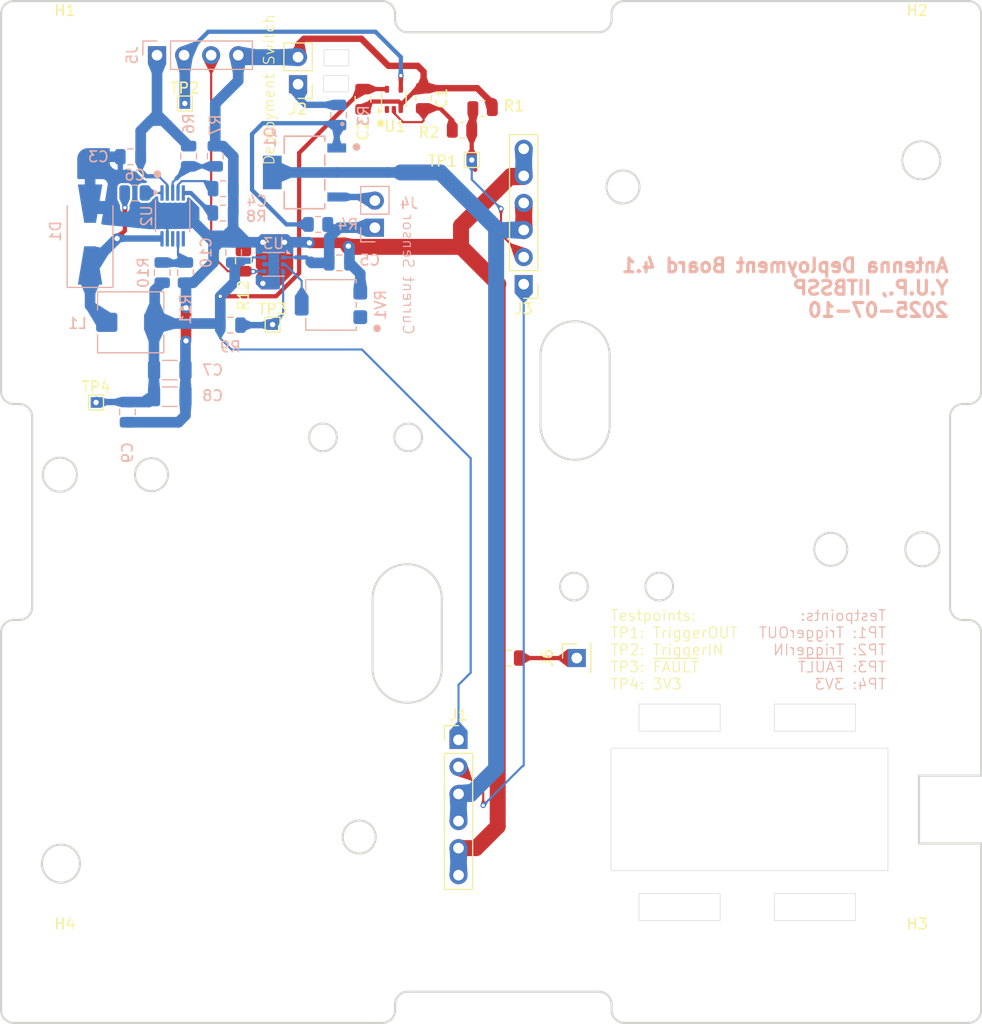
<source format=kicad_pcb>
(kicad_pcb (version 20240108) (generator "pcbnew") (generator_version "8.0")
  (title_block (title "Antenna Deployment Board") (date "2025-07-10") (rev "4.1") (company "IITBSSP"))
  (layers (0 "F.Cu" signal) (31 "B.Cu" signal) (34 "B.Paste" user) (35 "F.Paste" user) (36 "B.SilkS" user "B.Silkscreen") (37 "F.SilkS" user "F.Silkscreen") (38 "B.Mask" user) (39 "F.Mask" user) (44 "Edge.Cuts" user))
  (net 0 "")
  (net 1 "/TriggerIN")
  (net 2 "GND")
  (net 3 "/3V3")
  (net 4 "/12V")
  (net 5 "Net-(U2-SS{slash}TR)")
  (net 6 "/burn")
  (net 7 "Net-(D1-K)")
  (net 8 "Net-(U2-BOOT)")
  (net 9 "Net-(J2-Pin_1)")
  (net 10 "Net-(J4-Pin_2)")
  (net 11 "/EN")
  (net 12 "Net-(J6-Pin_1)")
  (net 13 "Net-(Q1-G)")
  (net 14 "Net-(U2-EN)")
  (net 15 "Net-(U2-RT{slash}CLK)")
  (net 16 "Net-(U3-*FAULT)")
  (net 17 "Net-(U2-VSENSE)")
  (net 19 "Net-(U3-ILIM)")
  (net 23 "/DeployerDetectionSW1OUT")
  (net 24 "/BurnWireIN")
  (net 25 "/DeployerDetectionSW2OUT")
  (net 26 "/TriggerOUT")
  (footprint "TestPoint:TestPoint_THTPad_1.0x1.0mm_Drill0.5mm" (layer "F.Cu") (at 105.2161 86.955)
    (property "Reference" "TP4")
    (property "Value" "TestPoint" (hide yes))
  )
  (footprint "TestPoint:TestPoint_THTPad_1.0x1.0mm_Drill0.5mm" (layer "F.Cu") (at 140.4839 64.2046)
    (property "Reference" "TP1")
    (property "Value" "TestPoint" (hide yes))
  )
  (footprint "Connector_PinHeader_2.54mm:PinHeader_1x02_P2.54mm_Vertical" (layer "F.Cu") (at 124.1771 57.0926 180)
    (property "Reference" "J2")
    (property "Value" "DeploymentInhibit" (hide yes))
  )
  (footprint "Package_TO_SOT_SMD:SOT-353_SC-70-5" (layer "F.Cu") (at 133.1687 58.515 90)
    (property "Reference" "U1")
    (property "Value" "SN74LVC1G17QDCKRQ1" (hide yes))
  )
  (footprint "Connector_PinSocket_2.54mm:PinSocket_1x01_P2.54mm_Vertical" (layer "F.Cu") (at 150.3391 110.9406 90)
    (property "Reference" "J6")
    (property "Value" "Conn_01x01_Socket" (hide yes))
  )
  (footprint "TestPoint:TestPoint_THTPad_1.0x1.0mm_Drill0.5mm" (layer "F.Cu") (at 121.7895 79.6478)
    (property "Reference" "TP3")
    (property "Value" "TestPoint" (hide yes))
  )
  (footprint "MountingHole:MountingHole_3.2mm_M3" (layer "F.Cu") (at 182.3061 140.0986)
    (property "Reference" "H3")
    (property "Value" "MountingHole")
  )
  (footprint "Resistor_SMD:R_0805_2012Metric" (layer "F.Cu") (at 141.4999 59.3786 180)
    (property "Reference" "R1")
    (property "Value" "1k" (hide yes))
  )
  (footprint "MountingHole:MountingHole_3.2mm_M3" (layer "F.Cu") (at 102.2961 54.3686)
    (property "Reference" "H1")
    (property "Value" "MountingHole")
  )
  (footprint "MountingHole:MountingHole_3.2mm_M3" (layer "F.Cu") (at 102.2961 140.0986)
    (property "Reference" "H4")
    (property "Value" "MountingHole")
  )
  (footprint "Resistor_SMD:R_0805_2012Metric" (layer "F.Cu") (at 139.5676 61.4106 180)
    (property "Reference" "R2")
    (property "Value" "100k" (hide yes))
  )
  (footprint "MountingHole:MountingHole_3.2mm_M3" (layer "F.Cu") (at 182.3061 54.3686)
    (property "Reference" "H2")
    (property "Value" "MountingHole")
  )
  (footprint "Connector_PinHeader_2.54mm:PinHeader_1x06_P2.54mm_Vertical" (layer "F.Cu") (at 145.3611 75.8536 180)
    (property "Reference" "J3")
    (property "Value" "Conn_01x06_Socket" (hide yes))
  )
  (footprint "Connector_PinHeader_2.54mm:PinHeader_1x06_P2.54mm_Vertical" (layer "F.Cu") (at 139.2403 118.616229)
    (property "Reference" "J1")
    (property "Value" "Conn_01x06_Socket" (hide yes))
  )
  (footprint "Capacitor_SMD:C_0805_2012Metric" (layer "F.Cu") (at 135.9627 58.4134 -90)
    (property "Reference" "C1")
    (property "Value" "2u2" (hide yes))
  )
  (footprint "Capacitor_SMD:C_0805_2012Metric" (layer "F.Cu") (at 130.2731 58.4998 90)
    (property "Reference" "C2")
    (property "Value" "100n" (hide yes))
  )
  (footprint "TestPoint:TestPoint_THTPad_1.0x1.0mm_Drill0.5mm" (layer "F.Cu") (at 113.5511 58.8986)
    (property "Reference" "TP2")
    (property "Value" "TestPoint" (hide yes))
  )
  (footprint "Capacitor_SMD:C_0805_2012Metric" (layer "F.Cu") (at 143.9891 110.9406 180)
    (property "Reference" "R5" (hide yes))
    (property "Value" "22M" (hide yes))
  )
  (footprint "Capacitor_SMD:C_0805_2012Metric" (layer "F.Cu") (at 119.0463 73.689 90)
    (property "Reference" "R12")
    (property "Value" "10k" (hide yes))
  )
  (footprint "Capacitor_SMD:C_0805_2012Metric" (layer "B.Cu") (at 108.858146 67.2986 180)
    (property "Reference" "C6")
    (property "Value" "100n" (hide yes))
  )
  (footprint "Connector_PinHeader_2.54mm:PinHeader_1x02_P2.54mm_Vertical" (layer "B.Cu") (at 131.3891 70.5546)
    (property "Reference" "J4")
    (property "Value" "CurrentSense" (hide yes))
  )
  (footprint "Capacitor_SMD:C_0805_2012Metric" (layer "B.Cu") (at 116.408146 63.8486 90)
    (property "Reference" "R7")
    (property "Value" "10k" (hide yes))
  )
  (footprint "Inductor_SMD:L_Bourns_SRP5030T" (layer "B.Cu") (at 108.470346 79.4366)
    (property "Reference" "L1")
    (property "Value" "0.56uH" (hide yes))
  )
  (footprint "Capacitor_SMD:C_0805_2012Metric" (layer "B.Cu") (at 117.1311 69.183)
    (property "Reference" "R8")
    (property "Value" "56k" (hide yes))
  )
  (footprint "Capacitor_SMD:C_0805_2012Metric" (layer "B.Cu") (at 118.1319 72.8762 -90)
    (property "Reference" "C10")
    (property "Value" "100n" (hide yes))
  )
  (footprint "Diode_SMD:D_SMA-SMB_Universal_Handsoldering" (layer "B.Cu") (at 104.658146 71.1986 90)
    (property "Reference" "D1")
    (property "Value" "D" (hide yes))
  )
  (footprint "Connector_PinHeader_2.54mm:PinHeader_1x04_P2.54mm_Vertical" (layer "B.Cu") (at 110.9411 54.3686 -90)
    (property "Reference" "J5")
    (property "Value" "Deployer2")
  )
  (footprint "Resistor_SMD:R_0805_2012Metric" (layer "B.Cu") (at 126.0567 70.2498)
    (property "Reference" "R4")
    (property "Value" "1M" (hide yes))
  )
  (footprint "Capacitor_SMD:C_0805_2012Metric" (layer "B.Cu") (at 113.6107 74.771 -90)
    (property "Reference" "R11")
    (property "Value" "15k" (hide yes))
  )
  (footprint "Capacitor_SMD:C_1206_3216Metric" (layer "B.Cu") (at 112.1375 83.915 180)
    (property "Reference" "C7")
    (property "Value" "33u" (hide yes))
  )
  (footprint "Package_SON:WSON-6-1EP_2x2mm_P0.65mm_EP1x1.6mm" (layer "B.Cu") (at 121.8911 73.9966 180)
    (property "Reference" "U3")
    (property "Value" "TPS25200QDRVTQ1" (hide yes))
  )
  (footprint "Capacitor_SMD:C_0805_2012Metric" (layer "B.Cu") (at 117.1515 66.897 180)
    (property "Reference" "C4")
    (property "Value" "4n7" (hide yes))
  )
  (footprint "Capacitor_SMD:C_0805_2012Metric" (layer "B.Cu") (at 113.908146 63.8486 -90)
    (property "Reference" "R6")
    (property "Value" "30k" (hide yes))
  )
  (footprint "Capacitor_SMD:C_0805_2012Metric" (layer "B.Cu") (at 108.1625 87.865 90)
    (property "Reference" "C9")
    (property "Value" "22u" (hide yes))
  )
  (footprint "Capacitor_SMD:C_0805_2012Metric" (layer "B.Cu") (at 108.4443 63.8998)
    (property "Reference" "C3")
    (property "Value" "4u7" (hide yes))
  )
  (footprint "Capacitor_SMD:C_0805_2012Metric" (layer "B.Cu") (at 127.9871 59.9882 -90)
    (property "Reference" "R3")
    (property "Value" "47k" (hide yes))
  )
  (footprint "PMOS_ZXMP6A17:SOT-223_DIO" (layer "B.Cu") (at 124.7851 65.373 -90)
    (property "Reference" "Q1")
    (property "Value" "ZXMP6A17GQTA" (hide yes))
  )
  (footprint "Package_SO:HVSSOP-10-1EP_3x3mm_P0.5mm_EP1.57x1.88mm" (layer "B.Cu") (at 112.408146 69.4486 -90)
    (property "Reference" "U2")
    (property "Value" "TPS54260DGQ" (hide yes))
  )
  (footprint "Capacitor_SMD:C_0805_2012Metric" (layer "B.Cu") (at 117.8271 79.6986 180)
    (property "Reference" "R9")
    (property "Value" "300k" (hide yes))
  )
  (footprint "Potentiometer_SMD:Potentiometer_Bourns_3314G_Vertical" (layer "B.Cu") (at 127.2691 77.8006 90)
    (property "Reference" "RV1")
    (property "Value" "100k" (hide yes))
  )
  (footprint "Capacitor_SMD:C_1206_3216Metric" (layer "B.Cu") (at 112.1375 86.415 180)
    (property "Reference" "C8")
    (property "Value" "33u" (hide yes))
  )
  (footprint "Capacitor_SMD:C_0805_2012Metric" (layer "B.Cu") (at 128.0531 73.8566 180)
    (property "Reference" "C5")
    (property "Value" "22µF" (hide yes))
  )
  (footprint "Capacitor_SMD:C_0805_2012Metric" (layer "B.Cu") (at 111.4263 74.771 90)
    (property "Reference" "R10")
    (property "Value" "47k" (hide yes))
  )
  (gr_circle (center 131.5939 80.0034) (end 131.8987 79.9526) (stroke (width 0.1)) (fill solid) (layer "B.SilkS"))
  (gr_circle (center 110.9691 65.5254) (end 111.2739 65.4746) (stroke (width 0.1)) (fill solid) (layer "B.SilkS"))
  (gr_circle (center 129.6635 62.9854) (end 129.9683 62.9346) (stroke (width 0.1)) (fill solid) (layer "B.SilkS"))
  (gr_circle (center 131.9495 60.7502) (end 132.2543 60.6994) (stroke (width 0.1)) (fill solid) (layer "F.SilkS"))
  (gr_line (start 188.3011 128.3396) (end 182.4701 128.3396) (stroke (width 0.2)) (layer "Edge.Cuts"))
  (gr_arc (start 154.8061 145.1786) (mid 153.957572 144.827128) (end 153.6061 143.9786) (stroke (width 0.2)) (layer "Edge.Cuts"))
  (gr_arc (start 96.3011 108.5686) (mid 96.652572 107.720072) (end 97.5011 107.3686) (stroke (width 0.2)) (layer "Edge.Cuts"))
  (gr_rect (start 126.6155 53.8414) (end 128.9523 55.3654) (stroke (width 0.05)) (fill none) (layer "Edge.Cuts"))
  (gr_line (start 99.2211 106.1686) (end 99.2211 88.2986) (stroke (width 0.2)) (layer "Edge.Cuts"))
  (gr_arc (start 137.6703 111.8862) (mid 134.4203 115.136229) (end 131.1703 111.886229) (stroke (width 0.2)) (layer "Edge.Cuts"))
  (gr_line (start 97.5011 49.2886) (end 132.0861 49.2886) (stroke (width 0.2)) (layer "Edge.Cuts"))
  (gr_arc (start 187.1011 107.3686) (mid 187.949628 107.720072) (end 188.3011 108.5686) (stroke (width 0.2)) (layer "Edge.Cuts"))
  (gr_arc (start 185.3811 88.2986) (mid 185.732572 87.450072) (end 186.5811 87.0986) (stroke (width 0.2)) (layer "Edge.Cuts"))
  (gr_line (start 188.3011 108.5686) (end 188.3011 121.9736) (stroke (width 0.2)) (layer "Edge.Cuts"))
  (gr_arc (start 97.5011 145.1786) (mid 96.652572 144.827128) (end 96.3011 143.9786) (stroke (width 0.2)) (layer "Edge.Cuts"))
  (gr_arc (start 99.2211 106.1686) (mid 98.869628 107.017128) (end 98.0211 107.3686) (stroke (width 0.2)) (layer "Edge.Cuts"))
  (gr_line (start 134.4861 52.2186) (end 152.4061 52.2186) (stroke (width 0.2)) (layer "Edge.Cuts"))
  (gr_arc (start 188.3011 143.9786) (mid 187.949628 144.827128) (end 187.1011 145.1786) (stroke (width 0.2)) (layer "Edge.Cuts"))
  (gr_line (start 131.1703 105.38623) (end 131.1703 111.886229) (stroke (width 0.2)) (layer "Edge.Cuts"))
  (gr_circle (center 174.1811 100.7336) (end 175.7311 100.7336) (stroke (width 0.2)) (fill none) (layer "Edge.Cuts"))
  (gr_circle (center 158.0811 104.2336) (end 159.3811 104.2336) (stroke (width 0.2)) (fill none) (layer "Edge.Cuts"))
  (gr_arc (start 188.3011 85.8986) (mid 187.949628 86.747128) (end 187.1011 87.0986) (stroke (width 0.2)) (layer "Edge.Cuts"))
  (gr_rect (start 168.8811 115.2586) (end 176.5011 117.7986) (stroke (width 0.05)) (fill none) (layer "Edge.Cuts"))
  (gr_arc (start 133.2861 143.9786) (mid 132.934628 144.827128) (end 132.0861 145.1786) (stroke (width 0.2)) (layer "Edge.Cuts"))
  (gr_line (start 188.3011 128.3396) (end 188.3011 143.9786) (stroke (width 0.2)) (layer "Edge.Cuts"))
  (gr_line (start 187.1011 145.1786) (end 154.8061 145.1786) (stroke (width 0.2)) (layer "Edge.Cuts"))
  (gr_circle (center 150.0811 104.2336) (end 151.3811 104.2336) (stroke (width 0.2)) (fill none) (layer "Edge.Cuts"))
  (gr_line (start 98.0211 87.0986) (end 97.5011 87.0986) (stroke (width 0.2)) (layer "Edge.Cuts"))
  (gr_line (start 153.6061 143.9786) (end 153.6061 143.4486) (stroke (width 0.2)) (layer "Edge.Cuts"))
  (gr_arc (start 153.4311 89.0836) (mid 150.1811 92.3336) (end 146.9311 89.0836) (stroke (width 0.2)) (layer "Edge.Cuts"))
  (gr_line (start 182.4701 128.3396) (end 182.4701 121.9736) (stroke (width 0.2)) (layer "Edge.Cuts"))
  (gr_circle (center 101.9203 130.2336) (end 103.7053 130.2336) (stroke (width 0.2)) (fill none) (layer "Edge.Cuts"))
  (gr_line (start 182.4701 121.9736) (end 188.3011 121.9736) (stroke (width 0.2)) (layer "Edge.Cuts"))
  (gr_line (start 153.6061 51.0186) (end 153.6061 50.4886) (stroke (width 0.2)) (layer "Edge.Cuts"))
  (gr_circle (center 154.6811 66.7336) (end 156.2311 66.7336) (stroke (width 0.2)) (fill none) (layer "Edge.Cuts"))
  (gr_line (start 185.3811 88.2986) (end 185.3811 106.1686) (stroke (width 0.2)) (layer "Edge.Cuts"))
  (gr_line (start 153.4311 89.0836) (end 153.4311 82.5836) (stroke (width 0.2)) (layer "Edge.Cuts"))
  (gr_rect (start 153.5511 119.3986) (end 179.5511 130.8986) (stroke (width 0.05)) (fill none) (layer "Edge.Cuts"))
  (gr_line (start 152.4061 142.2486) (end 134.4861 142.2486) (stroke (width 0.2)) (layer "Edge.Cuts"))
  (gr_arc (start 133.2861 143.4486) (mid 133.637572 142.600072) (end 134.4861 142.2486) (stroke (width 0.2)) (layer "Edge.Cuts"))
  (gr_arc (start 132.0861 49.2886) (mid 132.934628 49.640072) (end 133.2861 50.4886) (stroke (width 0.2)) (layer "Edge.Cuts"))
  (gr_circle (center 101.8203 93.7336) (end 103.4203 93.7336) (stroke (width 0.2)) (fill none) (layer "Edge.Cuts"))
  (gr_arc (start 152.4061 142.2486) (mid 153.254628 142.600072) (end 153.6061 143.4486) (stroke (width 0.2)) (layer "Edge.Cuts"))
  (gr_rect (start 156.1811 133.0386) (end 163.8011 135.5786) (stroke (width 0.05)) (fill none) (layer "Edge.Cuts"))
  (gr_circle (center 182.6811 64.2336) (end 184.4661 64.2336) (stroke (width 0.2)) (fill none) (layer "Edge.Cuts"))
  (gr_line (start 187.1011 87.0986) (end 186.5811 87.0986) (stroke (width 0.2)) (layer "Edge.Cuts"))
  (gr_arc (start 97.5011 87.0986) (mid 96.652572 86.747128) (end 96.3011 85.8986) (stroke (width 0.2)) (layer "Edge.Cuts"))
  (gr_line (start 133.2861 143.4486) (end 133.2861 143.9786) (stroke (width 0.2)) (layer "Edge.Cuts"))
  (gr_arc (start 153.6061 51.0186) (mid 153.254628 51.867128) (end 152.4061 52.2186) (stroke (width 0.2)) (layer "Edge.Cuts"))
  (gr_circle (center 110.4203 93.7336) (end 111.9703 93.7336) (stroke (width 0.2)) (fill none) (layer "Edge.Cuts"))
  (gr_circle (center 134.5203 90.2336) (end 135.8203 90.2336) (stroke (width 0.2)) (fill none) (layer "Edge.Cuts"))
  (gr_line (start 137.6703 111.8862) (end 137.6703 105.38623) (stroke (width 0.2)) (layer "Edge.Cuts"))
  (gr_arc (start 146.9311 82.5836) (mid 150.1811 79.3336) (end 153.4311 82.5836) (stroke (width 0.2)) (layer "Edge.Cuts"))
  (gr_circle (center 126.5203 90.2336) (end 127.8203 90.2336) (stroke (width 0.2)) (fill none) (layer "Edge.Cuts"))
  (gr_line (start 186.5811 107.3686) (end 187.1011 107.3686) (stroke (width 0.2)) (layer "Edge.Cuts"))
  (gr_line (start 146.9311 82.5836) (end 146.9311 89.0836) (stroke (width 0.2)) (layer "Edge.Cuts"))
  (gr_arc (start 131.1703 105.38623) (mid 134.4203 102.136229) (end 137.6703 105.38623) (stroke (width 0.2)) (layer "Edge.Cuts"))
  (gr_line (start 188.3011 50.4886) (end 188.3011 85.8986) (stroke (width 0.2)) (layer "Edge.Cuts"))
  (gr_rect (start 126.5647 56.2798) (end 128.9015 57.8038) (stroke (width 0.05)) (fill none) (layer "Edge.Cuts"))
  (gr_arc (start 98.0211 87.0986) (mid 98.869628 87.450072) (end 99.2211 88.2986) (stroke (width 0.2)) (layer "Edge.Cuts"))
  (gr_arc (start 153.6061 50.4886) (mid 153.957572 49.640072) (end 154.8061 49.2886) (stroke (width 0.2)) (layer "Edge.Cuts"))
  (gr_circle (center 182.7811 100.7336) (end 184.3811 100.7336) (stroke (width 0.2)) (fill none) (layer "Edge.Cuts"))
  (gr_arc (start 134.4861 52.2186) (mid 133.637572 51.867128) (end 133.2861 51.0186) (stroke (width 0.2)) (layer "Edge.Cuts"))
  (gr_circle (center 129.9203 127.7336) (end 131.4703 127.7336) (stroke (width 0.2)) (fill none) (layer "Edge.Cuts"))
  (gr_line (start 96.3011 143.9786) (end 96.3011 108.5686) (stroke (width 0.2)) (layer "Edge.Cuts"))
  (gr_arc (start 187.1011 49.2886) (mid 187.949628 49.640072) (end 188.3011 50.4886) (stroke (width 0.2)) (layer "Edge.Cuts"))
  (gr_rect (start 168.8811 133.0386) (end 176.5011 135.5786) (stroke (width 0.05)) (fill none) (layer "Edge.Cuts"))
  (gr_line (start 96.3011 85.8986) (end 96.3011 50.4886) (stroke (width 0.2)) (layer "Edge.Cuts"))
  (gr_arc (start 186.5811 107.3686) (mid 185.732572 107.017128) (end 185.3811 106.1686) (stroke (width 0.2)) (layer "Edge.Cuts"))
  (gr_rect (start 156.1811 115.2586) (end 163.8011 117.7986) (stroke (width 0.05)) (fill none) (layer "Edge.Cuts"))
  (gr_line (start 97.5011 107.3686) (end 98.0211 107.3686) (stroke (width 0.2)) (layer "Edge.Cuts"))
  (gr_arc (start 96.3011 50.4886) (mid 96.652572 49.640072) (end 97.5011 49.2886) (stroke (width 0.2)) (layer "Edge.Cuts"))
  (gr_line (start 154.8061 49.2886) (end 187.1011 49.2886) (stroke (width 0.2)) (layer "Edge.Cuts"))
  (gr_line (start 133.2861 50.4886) (end 133.2861 51.0186) (stroke (width 0.2)) (layer "Edge.Cuts"))
  (gr_line (start 132.0861 145.1786) (end 97.5011 145.1786) (stroke (width 0.2)) (layer "Edge.Cuts"))
  (gr_text "Current Sensor" (at 133.9307 80.6638 -90) (layer "B.SilkS") (effects (font (size 1 1) (thickness 0.1)) (justify left bottom mirror)))
  (gr_text "${TITLE} ${REVISION}\nY.U.P., ${COMPANY}\n${ISSUE_DATE}" (at 185.3911 73.3486 0) (layer "B.SilkS") (effects (font (size 1.3 1.3) (thickness 0.3) (bold yes)) (justify left top mirror)))
  (gr_text "Testpoints:\nTP1: TriggerOUT\nTP2: TriggerIN\nTP3: ~{FAULT}\nTP4: 3V3" (at 179.4475 106.3686 -0) (layer "B.SilkS") (effects (font (size 1 1) (thickness 0.1)) (justify left top mirror)))
  (gr_text "Testpoints:\nTP1: TriggerOUT\nTP2: TriggerIN\nTP3: ~{FAULT}\nTP4: 3V3" (at 153.4379 106.3686 0) (layer "F.SilkS") (effects (font (size 1 1) (thickness 0.1)) (justify left top)))
  (gr_text "Deployment Switch" (at 122.0435 64.7634 90) (layer "F.SilkS") (effects (font (size 1 1) (thickness 0.1)) (justify left bottom)))
  (segment (start 134.027301 60.6486) (end 135.8103 60.6486) (width 0.2) (layer "F.Cu") (net 1))
  (segment (start 138.6551 61.4106) (end 138.6551 60.4962) (width 0.4) (layer "F.Cu") (net 1))
  (segment (start 135.9627 60.4962) (end 135.9627 59.3634) (width 0.2) (layer "F.Cu") (net 1))
  (segment (start 133.1687 59.789999) (end 134.027301 60.6486) (width 0.2) (layer "F.Cu") (net 1))
  (segment (start 137.5223 59.3634) (end 135.9627 59.3634) (width 0.4) (layer "F.Cu") (net 1))
  (segment (start 135.8103 60.6486) (end 135.9627 60.4962) (width 0.2) (layer "F.Cu") (net 1))
  (segment (start 133.1687 59.465) (end 133.1687 59.789999) (width 0.2) (layer "F.Cu") (net 1))
  (segment (start 138.6551 60.4962) (end 137.5223 59.3634) (width 0.4) (layer "F.Cu") (net 1))
  (segment (start 119.0463 72.231) (end 119.3511 71.9262) (width 0.2) (layer "F.Cu") (net 2))
  (segment (start 131.0047 58.7182) (end 133.6259 58.7182) (width 0.4) (layer "F.Cu") (net 2))
  (segment (start 128.9743 72.3546) (end 139.4741 72.3546) (width 1.5) (layer "F.Cu") (net 2))
  (segment (start 139.4741 72.3546) (end 142.9731 75.8536) (width 1.5) (layer "F.Cu") (net 2))
  (segment (start 113.6615 81.1718) (end 113.6615 78.073) (width 1) (layer "F.Cu") (net 2))
  (segment (start 124.7359 52.8254) (end 130.1207 52.8254) (width 0.6) (layer "F.Cu") (net 2))
  (segment (start 144.159019 65.6936) (end 145.3611 65.6936) (width 1.5) (layer "F.Cu") (net 2))
  (segment (start 142.917894 75.908806) (end 142.917894 126.743806) (width 1.5) (layer "F.Cu") (net 2))
  (segment (start 133.8187 59.465) (end 133.8187 59.0334) (width 0.4) (layer "F.Cu") (net 2))
  (segment (start 132.6607 55.3654) (end 135.4039 55.3654) (width 0.6) (layer "F.Cu") (net 2))
  (segment (start 133.6259 58.7182) (end 133.8187 58.911) (width 0.4) (layer "F.Cu") (net 2))
  (segment (start 119.3511 71.9262) (end 120.8751 71.9262) (width 0.2) (layer "F.Cu") (net 2))
  (segment (start 135.4039 55.3654) (end 135.9627 55.9242) (width 0.6) (layer "F.Cu") (net 2))
  (segment (start 128.9015 72.2818) (end 128.9743 72.3546) (width 1.5) (layer "F.Cu") (net 2))
  (segment (start 135.3887 57.4634) (end 135.9627 57.4634) (width 0.4) (layer "F.Cu") (net 2))
  (segment (start 128.5967 71.977) (end 128.9015 72.2818) (width 1) (layer "F.Cu") (net 2))
  (segment (start 140.885471 128.776229) (end 139.2403 128.776229) (width 1.5) (layer "F.Cu") (net 2))
  (segment (start 124.1771 53.3842) (end 124.7359 52.8254) (width 0.6) (layer "F.Cu") (net 2))
  (segment (start 130.1207 52.8254) (end 132.6607 55.3654) (width 0.6) (layer "F.Cu") (net 2))
  (segment (start 119.0463 72.739) (end 119.0463 72.231) (width 0.2) (layer "F.Cu") (net 2))
  (segment (start 125.2439 71.977) (end 128.5967 71.977) (width 1) (layer "F.Cu") (net 2))
  (segment (start 142.917894 126.743806) (end 140.885471 128.776229) (width 1.5) (layer "F.Cu") (net 2))
  (segment (start 142.4124 58.8799) (end 140.9959 57.4634) (width 0.6) (layer "F.Cu") (net 2))
  (segment (start 133.8187 58.911) (end 133.8187 59.465) (width 0.4) (layer "F.Cu") (net 2))
  (segment (start 124.1771 54.5526) (end 124.1771 53.3842) (width 0.6) (layer "F.Cu") (net 2))
  (segment (start 142.4124 59.3786) (end 142.4124 58.8799) (width 1) (layer "F.Cu") (net 2))
  (segment (start 133.8187 59.0334) (end 135.3887 57.4634) (width 0.4) (layer "F.Cu") (net 2))
  (segment (start 139.4741 70.378519) (end 144.159019 65.6936) (width 1.5) (layer "F.Cu") (net 2))
  (segment (start 130.2731 59.4498) (end 131.0047 58.7182) (width 0.4) (layer "F.Cu") (net 2))
  (segment (start 135.9627 55.9242) (end 135.9627 57.4634) (width 0.6) (layer "F.Cu") (net 2))
  (segment (start 139.4741 72.3546) (end 139.4741 70.378519) (width 1.5) (layer "F.Cu") (net 2))
  (segment (start 140.9959 57.4634) (end 135.9627 57.4634) (width 0.6) (layer "F.Cu") (net 2))
  (via (at 125.2439 71.977) (size 0.8) (drill 0.5) (layers "F.Cu" "B.Cu") (net 2))
  (via (at 113.6615 81.1718) (size 0.8) (drill 0.5) (layers "F.Cu" "B.Cu") (net 2))
  (via (at 128.9015 72.2818) (size 0.8) (drill 0.5) (layers "F.Cu" "B.Cu") (net 2))
  (via (at 122.9071 71.9262) (size 0.8) (drill 0.5) (layers "F.Cu" "B.Cu") (net 2))
  (via (at 113.6615 78.073) (size 0.8) (drill 0.5) (layers "F.Cu" "B.Cu") (net 2))
  (via (at 120.8751 75.787) (size 0.8) (drill 0.5) (layers "F.Cu" "B.Cu") (net 2))
  (via (at 120.8751 71.9262) (size 0.8) (drill 0.5) (layers "F.Cu" "B.Cu") (net 2))
  (segment (start 115.4649 71.088) (end 116.3031 71.9262) (width 1) (layer "B.Cu") (net 2))
  (segment (start 118.0811 71.8754) (end 118.1319 71.9262) (width 1) (layer "B.Cu") (net 2))
  (segment (start 115.4649 71.088) (end 115.6935 71.3166) (width 1) (layer "B.Cu") (net 2))
  (segment (start 118.1015 63.866954) (end 118.1015 66.897) (width 1) (layer "B.Cu") (net 2))
  (segment (start 118.0811 70.2498) (end 118.0811 71.8754) (width 1) (layer "B.Cu") (net 2))
  (segment (start 121.8911 72.1966) (end 121.8911 73.9966) (width 1) (layer "B.Cu") (net 2))
  (segment (start 113.6125 88.1598) (end 113.6125 86.415) (width 1) (layer "B.Cu") (net 2))
  (segment (start 118.1015 69.1626) (end 118.0811 69.183) (width 1) (layer "B.Cu") (net 2))
  (segment (start 118.5611 56.765) (end 118.5611 54.3686) (width 1) (layer "B.Cu") (net 2))
  (segment (start 113.8255 69.4486) (end 115.4649 71.088) (width 1) (layer "B.Cu") (net 2))
  (segment (start 111.908146 69.9486) (end 112.408146 69.4486) (width 0.2) (layer "B.Cu") (net 2))
  (segment (start 113.6615 75.7718) (end 113.6107 75.721) (width 1) (layer "B.Cu") (net 2))
  (segment (start 115.6935 71.3166) (end 117.4207 71.3166) (width 1) (layer "B.Cu") (net 2))
  (segment (start 124.1771 54.5526) (end 118.7451 54.5526) (width 1.5) (layer "B.Cu") (net 2))
  (segment (start 118.7451 54.5526) (end 118.5611 54.3686) (width 1.5) (layer "B.Cu") (net 2))
  (segment (start 119.3511 71.9262) (end 121.6207 71.9262) (width 1) (layer "B.Cu") (net 2))
  (segment (start 104.658146 64.673554) (end 104.658146 68.2986) (width 1) (layer "B.Cu") (net 2))
  (segment (start 116.2523 72.485) (end 116.8111 71.9262) (width 1) (layer "B.Cu") (net 2))
  (segment (start 111.908146 71.5986) (end 111.908146 69.9486) (width 0.2) (layer "B.Cu") (net 2))
  (segment (start 116.408146 58.917954) (end 118.5611 56.765) (width 1) (layer "B.Cu") (net 2))
  (segment (start 105.136146 68.7766) (end 104.658146 68.2986) (width 1) (layer "B.Cu") (net 2))
  (segment (start 118.0811 70.6562) (end 119.3511 71.9262) (width 1) (layer "B.Cu") (net 2))
  (segment (start 107.4943 63.8998) (end 105.4319 63.8998) (width 1) (layer "B.Cu") (net 2))
  (segment (start 128.9015 72.2818) (end 129.0031 72.3834) (width 1) (layer "B.Cu") (net 2))
  (segment (start 130.0191 74.8726) (end 129.0031 73.8566) (width 1) (layer "B.Cu") (net 2))
  (segment (start 118.1319 71.9262) (end 119.3511 71.9262) (width 1) (layer "B.Cu") (net 2))
  (segment (start 112.408146 69.4486) (end 113.8255 69.4486) (width 1) (layer "B.Cu") (net 2))
  (segment (start 117.4207 71.3166) (end 118.0811 70.6562) (width 1) (layer "B.Cu") (net 2))
  (segment (start 117.133146 62.8986) (end 118.1015 63.866954) (width 1) (layer "B.Cu") (net 2))
  (segment (start 116.408146 62.8986) (end 117.133146 62.8986) (width 1) (layer "B.Cu") (net 2))
  (segment (start 118.0811 70.6562) (end 118.0811 70.2498) (width 1) (layer "B.Cu") (net 2))
  (segment (start 116.2523 71.977) (end 116.3031 71.9262) (width 1) (layer "B.Cu") (net 2))
  (segment (start 121.6207 71.9262) (end 125.1931 71.9262) (width 1) (layer "B.Cu") (net 2))
  (segment (start 108.1625 88.815) (end 112.9573 88.815) (width 1) (layer "B.Cu") (net 2))
  (segment (start 116.3031 71.9262) (end 116.8111 71.9262) (width 1) (layer "B.Cu") (net 2))
  (segment (start 116.8111 71.9262) (end 118.0811 70.6562) (width 1) (layer "B.Cu") (net 2))
  (segment (start 118.1015 66.897) (end 118.1015 69.1626) (width 1) (layer "B.Cu") (net 2))
  (segment (start 116.2523 73.8044) (end 116.2523 72.7898) (width 1) (layer "B.Cu") (net 2))
  (segment (start 105.9399 68.7766) (end 105.136146 68.7766) (width 1) (layer "B.Cu") (net 2))
  (segment (start 114.3357 75.721) (end 116.2523 73.8044) (width 1) (layer "B.Cu") (net 2))
  (segment (start 113.6107 75.721) (end 114.3357 75.721) (width 1) (layer "B.Cu") (net 2))
  (segment (start 116.408146 62.8986) (end 116.408146 58.917954) (width 1) (layer "B.Cu") (net 2))
  (segment (start 116.2523 72.7898) (end 116.2523 71.977) (width 1) (layer "B.Cu") (net 2))
  (segment (start 112.9573 88.815) (end 113.6125 88.1598) (width 1) (layer "B.Cu") (net 2))
  (segment (start 105.4319 63.8998) (end 104.658146 64.673554) (width 1) (layer "B.Cu") (net 2))
  (segment (start 129.0031 72.3834) (end 129.0031 73.8566) (width 1) (layer "B.Cu") (net 2))
  (segment (start 125.1931 71.9262) (end 125.2439 71.977) (width 1) (layer "B.Cu") (net 2))
  (segment (start 113.6615 78.073) (end 113.6615 75.7718) (width 1) (layer "B.Cu") (net 2))
  (segment (start 130.0191 76.6506) (end 130.0191 74.8726) (width 1) (layer "B.Cu") (net 2))
  (segment (start 113.6125 81.2208) (end 113.6125 86.415) (width 1) (layer "B.Cu") (net 2))
  (segment (start 121.6207 71.9262) (end 121.8911 72.1966) (width 1) (layer "B.Cu") (net 2))
  (segment (start 116.2523 72.7898) (end 116.2523 72.485) (width 1) (layer "B.Cu") (net 2))
  (segment (start 113.6615 81.1718) (end 113.6125 81.2208) (width 1) (layer "B.Cu") (net 2))
  (segment (start 118.0811 69.183) (end 118.0811 70.2498) (width 1) (layer "B.Cu") (net 2))
  (segment (start 139.2403 128.776229) (end 139.2403 131.316229) (width 1.5) (layer "B.Cu") (net 2))
  (segment (start 116.8111 71.9262) (end 118.1319 71.9262) (width 1) (layer "B.Cu") (net 2))
  (segment (start 145.3611 65.6936) (end 145.3611 63.1536) (width 1.5) (layer "B.Cu") (net 2))
  (segment (start 130.2731 57.5498) (end 124.2787 63.5442) (width 0.4) (layer "F.Cu") (net 3))
  (segment (start 122.1095 76.991) (end 116.8771 76.991) (width 0.4) (layer "F.Cu") (net 3))
  (segment (start 124.2787 63.5442) (end 124.2787 74.8218) (width 0.4) (layer "F.Cu") (net 3))
  (segment (start 132.5035 57.5498) (end 132.5187 57.565) (width 0.2) (layer "F.Cu") (net 3))
  (segment (start 124.2787 74.8218) (end 122.1095 76.991) (width 0.4) (layer "F.Cu") (net 3))
  (segment (start 130.2731 57.5498) (end 132.5035 57.5498) (width 0.4) (layer "F.Cu") (net 3))
  (via (at 116.8771 76.991) (size 0.5) (drill 0.3) (layers "F.Cu" "B.Cu") (net 3))
  (segment (start 110.832346 79.5486) (end 116.7271 79.5486) (width 1) (layer "B.Cu") (net 3))
  (segment (start 110.1625 86.915) (end 110.6625 86.415) (width 1) (layer "B.Cu") (net 3))
  (segment (start 117.9287 81.9846) (end 130.1715 81.9846) (width 0.2) (layer "B.Cu") (net 3))
  (segment (start 116.8771 79.6986) (end 116.8771 76.991) (width 1) (layer "B.Cu") (net 3))
  (segment (start 110.720346 79.4366) (end 110.720346 76.426954) (width 1) (layer "B.Cu") (net 3))
  (segment (start 139.2403 113.4542) (end 139.2403 118.616229) (width 0.2) (layer "B.Cu") (net 3))
  (segment (start 110.720346 76.426954) (end 111.4263 75.721) (width 1) (layer "B.Cu") (net 3))
  (segment (start 108.1625 86.915) (end 110.1625 86.915) (width 1) (layer "B.Cu") (net 3))
  (segment (start 110.6517 79.5542) (end 110.6517 86.4042) (width 1) (layer "B.Cu") (net 3))
  (segment (start 116.7271 79.5486) (end 116.8771 79.6986) (width 1) (layer "B.Cu") (net 3))
  (segment (start 119.961488 73.3466) (end 121.0036 73.3466) (width 0.2) (layer "B.Cu") (net 3))
  (segment (start 119.661349 73.646739) (end 119.961488 73.3466) (width 0.2) (layer "B.Cu") (net 3))
  (segment (start 116.8771 80.933) (end 117.9287 81.9846) (width 0.2) (layer "B.Cu") (net 3))
  (segment (start 118.1319 73.8262) (end 118.311361 73.646739) (width 0.6) (layer "B.Cu") (net 3))
  (segment (start 105.2561 86.915) (end 108.1625 86.915) (width 0.6) (layer "B.Cu") (net 3))
  (segment (start 110.6517 86.4042) (end 110.6625 86.415) (width 1) (layer "B.Cu") (net 3))
  (segment (start 118.2335 75.6346) (end 118.2335 74.009) (width 1) (layer "B.Cu") (net 3))
  (segment (start 140.3823 92.1954) (end 140.3823 112.3122) (width 0.2) (layer "B.Cu") (net 3))
  (segment (start 116.8771 76.991) (end 118.2335 75.6346) (width 1) (layer "B.Cu") (net 3))
  (segment (start 116.8771 79.6986) (end 116.8771 80.933) (width 0.2) (layer "B.Cu") (net 3))
  (segment (start 130.1715 81.9846) (end 140.3823 92.1954) (width 0.2) (layer "B.Cu") (net 3))
  (segment (start 105.2161 86.955) (end 105.2561 86.915) (width 1) (layer "B.Cu") (net 3))
  (segment (start 140.3823 112.3122) (end 139.2403 113.4542) (width 0.2) (layer "B.Cu") (net 3))
  (segment (start 118.311361 73.646739) (end 119.661349 73.646739) (width 0.6) (layer "B.Cu") (net 3))
  (segment (start 110.720346 79.4366) (end 110.832346 79.5486) (width 1) (layer "B.Cu") (net 3))
  (segment (start 111.095556 65.7286) (end 109.9531 65.7286) (width 0.4) (layer "B.Cu") (net 4))
  (segment (start 110.164777 60.707877) (end 110.367977 60.504677) (width 1) (layer "B.Cu") (net 4))
  (segment (start 110.9411 59.931554) (end 110.164777 60.707877) (width 1) (layer "B.Cu") (net 4))
  (segment (start 109.9531 65.7286) (end 109.3943 65.1698) (width 0.4) (layer "B.Cu") (net 4))
  (segment (start 111.514223 60.504677) (end 111.847023 60.837477) (width 1) (layer "B.Cu") (net 4))
  (segment (start 110.9411 54.3686) (end 110.9411 59.931554) (width 1) (layer "B.Cu") (net 4))
  (segment (start 110.9411 59.931554) (end 111.847023 60.837477) (width 1) (layer "B.Cu") (net 4))
  (segment (start 109.408146 61.464508) (end 109.408146 64.2986) (width 1) (layer "B.Cu") (net 4))
  (segment (start 110.164777 60.707877) (end 109.408146 61.464508) (width 1) (layer "B.Cu") (net 4))
  (segment (start 110.367977 60.504677) (end 111.514223 60.504677) (width 1) (layer "B.Cu") (net 4))
  (segment (start 111.847023 60.837477) (end 113.908146 62.8986) (width 1) (layer "B.Cu") (net 4))
  (segment (start 109.3943 65.1698) (end 109.3943 63.8998) (width 0.4) (layer "B.Cu") (net 4))
  (segment (start 111.908146 66.54119) (end 111.095556 65.7286) (width 0.2) (layer "B.Cu") (net 4))
  (segment (start 111.908146 67.2986) (end 111.908146 66.54119) (width 0.2) (layer "B.Cu") (net 4))
  (segment (start 115.4903 66.1858) (end 116.2015 66.897) (width 0.2) (layer "B.Cu") (net 5))
  (segment (start 112.908146 66.54119) (end 113.263536 66.1858) (width 0.2) (layer "B.Cu") (net 5))
  (segment (start 112.908146 67.2986) (end 112.908146 66.54119) (width 0.2) (layer "B.Cu") (net 5))
  (segment (start 113.263536 66.1858) (end 115.4903 66.1858) (width 0.2) (layer "B.Cu") (net 5))
  (segment (start 127.6569 70.9356) (end 127.5553 70.9356) (width 1) (layer "B.Cu") (net 6))
  (segment (start 127.6569 70.9356) (end 128.0379 70.5546) (width 1) (layer "B.Cu") (net 6))
  (segment (start 125.461713 73.8566) (end 127.1031 73.8566) (width 1) (layer "B.Cu") (net 6))
  (segment (start 126.9692 70.3495) (end 126.9692 70.2498) (width 1) (layer "B.Cu") (net 6))
  (segment (start 127.1031 71.4894) (end 127.6569 70.9356) (width 1) (layer "B.Cu") (net 6))
  (segment (start 127.5553 70.9356) (end 126.9692 70.3495) (width 1) (layer "B.Cu") (net 6))
  (segment (start 128.0379 70.5546) (end 131.3891 70.5546) (width 1) (layer "B.Cu") (net 6))
  (segment (start 125.360585 73.755472) (end 124.951713 73.3466) (width 0.4) (layer "B.Cu") (net 6))
  (segment (start 125.360585 73.755472) (end 125.461713 73.8566) (width 1) (layer "B.Cu") (net 6))
  (segment (start 123.9739 73.3466) (end 122.7786 73.3466) (width 0.2) (layer "B.Cu") (net 6))
  (segment (start 127.1031 73.8566) (end 127.1031 71.4894) (width 1) (layer "B.Cu") (net 6))
  (segment (start 124.951713 73.3466) (end 123.9739 73.3466) (width 0.4) (layer "B.Cu") (net 6))
  (segment (start 107.9211 70.835646) (end 107.9211 68.675) (width 0.4) (layer "F.Cu") (net 7))
  (segment (start 107.186146 71.5706) (end 107.9211 70.835646) (width 0.4) (layer "F.Cu") (net 7))
  (via (at 107.9211 68.675) (size 0.5) (drill 0.3) (layers "F.Cu" "B.Cu") (net 7))
  (via (at 107.186146 71.5706) (size 0.8) (drill 0.5) (layers "F.Cu" "B.Cu") (net 7))
  (segment (start 107.908146 68.662046) (end 107.9211 68.675) (width 0.2) (layer "B.Cu") (net 7))
  (segment (start 104.658146 77.8744) (end 104.658146 74.0986) (width 1) (layer "B.Cu") (net 7))
  (segment (start 107.908146 67.2986) (end 107.908146 68.662046) (width 0.4) (layer "B.Cu") (net 7))
  (segment (start 107.186146 71.5706) (end 111.258146 71.5706) (width 0.6) (layer "B.Cu") (net 7))
  (segment (start 106.220346 79.4366) (end 104.658146 77.8744) (width 1) (layer "B.Cu") (net 7))
  (segment (start 107.186146 71.5706) (end 104.658146 74.0986) (width 1) (layer "B.Cu") (net 7))
  (segment (start 109.808146 67.2986) (end 111.408146 67.2986) (width 0.2) (layer "B.Cu") (net 8))
  (segment (start 124.1771 58.3118) (end 124.1771 57.0926) (width 0.6) (layer "B.Cu") (net 9))
  (segment (start 124.8883 59.023) (end 124.1771 58.3118) (width 0.6) (layer "B.Cu") (net 9))
  (segment (start 127.9871 59.0382) (end 127.9719 59.023) (width 0.6) (layer "B.Cu") (net 9))
  (segment (start 127.9719 59.023) (end 124.8883 59.023) (width 0.6) (layer "B.Cu") (net 9))
  (segment (start 127.8101 67.673) (end 131.0475 67.673) (width 0.6) (layer "B.Cu") (net 10))
  (segment (start 131.0475 67.673) (end 131.3891 68.0146) (width 0.6) (layer "B.Cu") (net 10))
  (segment (start 116.0211 73.0666) (end 116.0211 54.3686) (width 0.2) (layer "F.Cu") (net 11))
  (segment (start 117.5935 74.639) (end 116.0211 73.0666) (width 0.2) (layer "F.Cu") (net 11))
  (segment (start 119.0767 74.6694) (end 119.0463 74.639) (width 0.2) (layer "F.Cu") (net 11))
  (segment (start 119.9607 74.6694) (end 119.0767 74.6694) (width 0.2) (layer "F.Cu") (net 11))
  (segment (start 119.0463 74.639) (end 117.5935 74.639) (width 0.2) (layer "F.Cu") (net 11))
  (via (at 119.9607 74.6694) (size 0.5) (drill 0.3) (layers "F.Cu" "B.Cu") (net 11))
  (segment (start 121.0036 74.6466) (end 119.9835 74.6466) (width 0.2) (layer "B.Cu") (net 11))
  (segment (start 119.9835 74.6466) (end 119.9607 74.6694) (width 0.2) (layer "B.Cu") (net 11))
  (segment (start 144.9391 110.9406) (end 150.3391 110.9406) (width 0.4) (layer "F.Cu") (net 12))
  (segment (start 123.093801 70.2498) (end 119.8591 67.015099) (width 0.4) (layer "B.Cu") (net 13))
  (segment (start 120.8751 60.7502) (end 127.8101 60.7502) (width 0.4) (layer "B.Cu") (net 13))
  (segment (start 127.8101 63.073) (end 127.8101 61.1152) (width 0.6) (layer "B.Cu") (net 13))
  (segment (start 127.8101 61.1152) (end 127.9871 60.9382) (width 0.6) (layer "B.Cu") (net 13))
  (segment (start 119.8591 67.015099) (end 119.8591 61.7662) (width 0.4) (layer "B.Cu") (net 13))
  (segment (start 119.8591 61.7662) (end 120.8751 60.7502) (width 0.4) (layer "B.Cu") (net 13))
  (segment (start 125.1442 70.2498) (end 123.093801 70.2498) (width 0.4) (layer "B.Cu") (net 13))
  (segment (start 112.774946 65.9318) (end 113.908146 64.7986) (width 0.4) (layer "B.Cu") (net 14))
  (segment (start 112.408146 67.2986) (end 112.408146 66.2986) (width 0.2) (layer "B.Cu") (net 14))
  (segment (start 112.408146 66.2986) (end 112.774946 65.9318) (width 0.2) (layer "B.Cu") (net 14))
  (segment (start 113.908146 64.7986) (end 116.408146 64.7986) (width 0.4) (layer "B.Cu") (net 14))
  (segment (start 114.1139 67.2986) (end 115.9983 69.183) (width 0.4) (layer "B.Cu") (net 15))
  (segment (start 115.9983 69.183) (end 116.1811 69.183) (width 0.2) (layer "B.Cu") (net 15))
  (segment (start 113.5599 67.2986) (end 114.1139 67.2986) (width 0.4) (layer "B.Cu") (net 15))
  (segment (start 122.7786 78.6587) (end 121.7895 79.6478) (width 0.2) (layer "B.Cu") (net 16))
  (segment (start 121.7387 79.6986) (end 121.7895 79.6478) (width 0.6) (layer "B.Cu") (net 16))
  (segment (start 122.7786 74.6466) (end 122.7786 78.6587) (width 0.2) (layer "B.Cu") (net 16))
  (segment (start 118.7771 79.6986) (end 121.7387 79.6986) (width 0.6) (layer "B.Cu") (net 16))
  (segment (start 112.908146 71.5986) (end 112.908146 73.118446) (width 0.2) (layer "B.Cu") (net 17))
  (segment (start 112.908146 73.118446) (end 113.6107 73.821) (width 0.2) (layer "B.Cu") (net 17))
  (segment (start 113.5243 73.9074) (end 113.6107 73.821) (width 0.6) (layer "B.Cu") (net 17))
  (segment (start 111.5127 73.9074) (end 113.5243 73.9074) (width 0.6) (layer "B.Cu") (net 17))
  (segment (start 111.4263 73.821) (end 111.5127 73.9074) (width 0.6) (layer "B.Cu") (net 17))
  (segment (start 122.7786 73.9966) (end 122.966099 73.9966) (width 0.2) (layer "B.Cu") (net 19))
  (segment (start 124.5191 75.549601) (end 124.5191 77.8006) (width 0.2) (layer "B.Cu") (net 19))
  (segment (start 122.966099 73.9966) (end 124.5191 75.549601) (width 0.2) (layer "B.Cu") (net 19))
  (segment (start 141.558778 124.766278) (end 141.558778 123.474707) (width 0.2) (layer "F.Cu") (net 23))
  (segment (start 141.558778 123.474707) (end 139.2403 121.156229) (width 0.2) (layer "F.Cu") (net 23))
  (via (at 141.558778 124.766278) (size 0.5) (drill 0.3) (layers "F.Cu" "B.Cu") (net 23))
  (segment (start 145.224456 121.1006) (end 145.2591 121.1006) (width 0.2) (layer "B.Cu") (net 23))
  (segment (start 145.2591 121.1006) (end 145.3611 120.9986) (width 0.2) (layer "B.Cu") (net 23))
  (segment (start 141.558778 124.766278) (end 145.224456 121.1006) (width 0.2) (layer "B.Cu") (net 23))
  (segment (start 145.3611 120.9986) (end 145.3611 75.8536) (width 0.2) (layer "B.Cu") (net 23))
  (segment (start 145.3611 68.2336) (end 145.3611 70.7736) (width 1.5) (layer "F.Cu") (net 24))
  (segment (start 132.5591 65.373) (end 127.8101 65.373) (width 1) (layer "B.Cu") (net 24))
  (segment (start 137.5375 65.373) (end 142.7699 70.6054) (width 1.5) (layer "B.Cu") (net 24))
  (segment (start 142.7699 121.3038) (end 140.377471 123.696229) (width 1.5) (layer "B.Cu") (net 24))
  (segment (start 140.377471 123.696229) (end 139.2403 123.696229) (width 1.5) (layer "B.Cu") (net 24))
  (segment (start 142.7699 70.6054) (end 142.7699 121.3038) (width 1.5) (layer "B.Cu") (net 24))
  (segment (start 127.8101 65.373) (end 121.7601 65.373) (width 1) (layer "B.Cu") (net 24))
  (segment (start 139.2403 123.696229) (end 139.2403 126.236229) (width 1.5) (layer "B.Cu") (net 24))
  (segment (start 142.9381 70.7736) (end 145.3611 70.7736) (width 1.5) (layer "B.Cu") (net 24))
  (segment (start 142.7699 70.6054) (end 142.9381 70.7736) (width 1.5) (layer "B.Cu") (net 24))
  (segment (start 133.8291 65.373) (end 132.5591 65.373) (width 1) (layer "B.Cu") (net 24))
  (segment (start 133.8291 65.373) (end 137.5375 65.373) (width 1.5) (layer "B.Cu") (net 24))
  (segment (start 140.4801 64.5564) (end 140.7887 64.865) (width 0.4) (layer "F.Cu") (net 25))
  (segment (start 143.2271 71.1796) (end 143.2271 68.7766) (width 0.2) (layer "F.Cu") (net 25))
  (segment (start 145.3611 73.3136) (end 143.2271 71.1796) (width 0.2) (layer "F.Cu") (net 25))
  (segment (start 140.7887 64.865) (end 140.7887 65.1212) (width 0.4) (layer "F.Cu") (net 25))
  (segment (start 140.5874 61.3033) (end 140.4801 61.4106) (width 0.6) (layer "F.Cu") (net 25))
  (segment (start 140.4801 61.4106) (end 140.4801 64.5564) (width 0.4) (layer "F.Cu") (net 25))
  (segment (start 140.5874 59.3786) (end 140.5874 61.3033) (width 0.6) (layer "F.Cu") (net 25))
  (via (at 143.2271 68.7766) (size 0.5) (drill 0.3) (layers "F.Cu" "B.Cu") (net 25))
  (segment (start 143.2271 68.7766) (end 140.4839 66.0334) (width 0.2) (layer "B.Cu") (net 25))
  (segment (start 140.4839 66.0334) (end 140.4839 64.2046) (width 0.2) (layer "B.Cu") (net 25))
  (segment (start 133.8291 57.5546) (end 133.8187 57.565) (width 0.4) (layer "F.Cu") (net 26))
  (segment (start 133.8291 56.2798) (end 133.8291 57.5546) (width 0.4) (layer "F.Cu") (net 26))
  (via (at 133.8291 56.2798) (size 0.5) (drill 0.3) (layers "F.Cu" "B.Cu") (net 26))
  (segment (start 113.5511 54.4386) (end 113.4811 54.3686) (width 1) (layer "B.Cu") (net 26))
  (segment (start 133.8291 54.5526) (end 131.4415 52.165) (width 0.4) (layer "B.Cu") (net 26))
  (segment (start 131.4415 52.165) (end 115.7443 52.165) (width 0.4) (layer "B.Cu") (net 26))
  (segment (start 113.5511 58.8986) (end 113.5511 54.4386) (width 1) (layer "B.Cu") (net 26))
  (segment (start 115.7443 52.165) (end 113.5407 54.3686) (width 0.4) (layer "B.Cu") (net 26))
  (segment (start 133.8291 56.2798) (end 133.8291 54.5526) (width 0.4) (layer "B.Cu") (net 26))
  (segment (start 113.5407 54.3686) (end 113.4811 54.3686) (width 0.4) (layer "B.Cu") (net 26))
  (zone (net 2) (net_name "GND") (layers "F&B.Cu") (connect_pads (clearance 0.2)) (min_thickness 0.25) (fill yes (thermal_gap 0.5) (thermal_bridge_width 0.5) (smoothing fillet) (radius 1))
    (polygon (pts (xy 104.1111 70.0974) (xy 110.3087 70.707) (xy 114.9315 70.6562) (xy 114.8807 65.2714) (xy 107.8195 65.2714) (xy 107.9211 63.087) (xy 103.4507 63.087) (xy 103.4507 66.4906)))
  )
  (zone (net 2) (net_name "GND") (layers "F&B.Cu") (connect_pads (clearance 0.2)) (min_thickness 0.25) (fill yes (thermal_gap 0.5) (thermal_bridge_width 0.5) (smoothing chamfer) (radius 0.5))
    (polygon (pts (xy 120.2147 76.3458) (xy 123.7199 76.3458) (xy 123.7199 71.1642) (xy 120.2147 71.1642)))
  )
)
</source>
